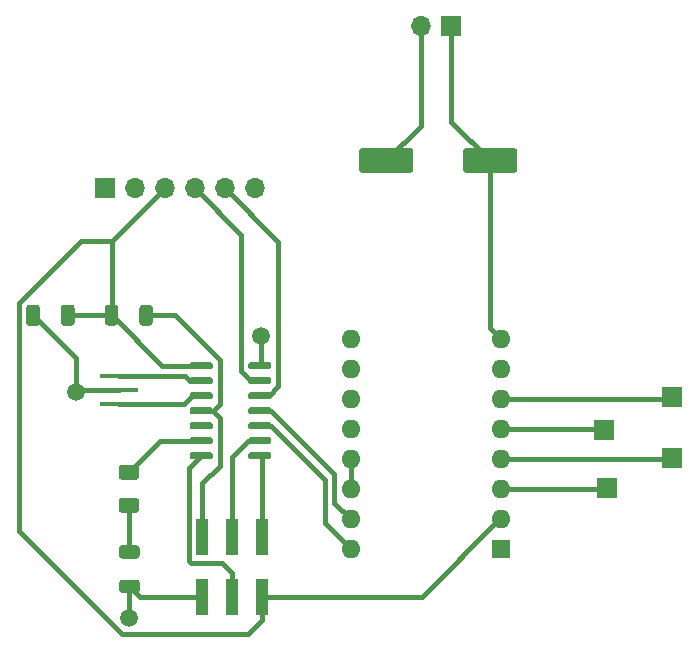
<source format=gbr>
%TF.GenerationSoftware,KiCad,Pcbnew,(5.1.9-0-10_14)*%
%TF.CreationDate,2021-12-03T15:28:29-08:00*%
%TF.ProjectId,stepper-controller,73746570-7065-4722-9d63-6f6e74726f6c,rev?*%
%TF.SameCoordinates,Original*%
%TF.FileFunction,Copper,L1,Top*%
%TF.FilePolarity,Positive*%
%FSLAX46Y46*%
G04 Gerber Fmt 4.6, Leading zero omitted, Abs format (unit mm)*
G04 Created by KiCad (PCBNEW (5.1.9-0-10_14)) date 2021-12-03 15:28:29*
%MOMM*%
%LPD*%
G01*
G04 APERTURE LIST*
%TA.AperFunction,ComponentPad*%
%ADD10R,1.600000X1.600000*%
%TD*%
%TA.AperFunction,ComponentPad*%
%ADD11O,1.600000X1.600000*%
%TD*%
%TA.AperFunction,ComponentPad*%
%ADD12R,1.700000X1.700000*%
%TD*%
%TA.AperFunction,ComponentPad*%
%ADD13O,1.700000X1.700000*%
%TD*%
%TA.AperFunction,SMDPad,CuDef*%
%ADD14R,1.000000X3.150000*%
%TD*%
%TA.AperFunction,SMDPad,CuDef*%
%ADD15R,3.200000X0.400000*%
%TD*%
%TA.AperFunction,ViaPad*%
%ADD16C,1.500000*%
%TD*%
%TA.AperFunction,Conductor*%
%ADD17C,0.400000*%
%TD*%
G04 APERTURE END LIST*
D10*
%TO.P,A1,1*%
%TO.N,GND*%
X123500000Y-60300000D03*
D11*
%TO.P,A1,9*%
%TO.N,Net-(A1-Pad9)*%
X110800000Y-42520000D03*
%TO.P,A1,2*%
%TO.N,VCC*%
X123500000Y-57760000D03*
%TO.P,A1,10*%
%TO.N,Net-(A1-Pad10)*%
X110800000Y-45060000D03*
%TO.P,A1,3*%
%TO.N,Net-(A1-Pad3)*%
X123500000Y-55220000D03*
%TO.P,A1,11*%
%TO.N,Net-(A1-Pad11)*%
X110800000Y-47600000D03*
%TO.P,A1,4*%
%TO.N,Net-(A1-Pad4)*%
X123500000Y-52680000D03*
%TO.P,A1,12*%
%TO.N,Net-(A1-Pad12)*%
X110800000Y-50140000D03*
%TO.P,A1,5*%
%TO.N,Net-(A1-Pad5)*%
X123500000Y-50140000D03*
%TO.P,A1,13*%
%TO.N,Net-(A1-Pad13)*%
X110800000Y-52680000D03*
%TO.P,A1,6*%
%TO.N,Net-(A1-Pad6)*%
X123500000Y-47600000D03*
%TO.P,A1,14*%
%TO.N,Net-(A1-Pad13)*%
X110800000Y-55220000D03*
%TO.P,A1,7*%
%TO.N,GND*%
X123500000Y-45060000D03*
%TO.P,A1,15*%
%TO.N,Net-(A1-Pad15)*%
X110800000Y-57760000D03*
%TO.P,A1,8*%
%TO.N,+12V*%
X123500000Y-42520000D03*
%TO.P,A1,16*%
%TO.N,Net-(A1-Pad16)*%
X110800000Y-60300000D03*
%TD*%
%TO.P,C1,1*%
%TO.N,VCC*%
%TA.AperFunction,SMDPad,CuDef*%
G36*
G01*
X87400000Y-39849999D02*
X87400000Y-41150001D01*
G75*
G02*
X87150001Y-41400000I-249999J0D01*
G01*
X86499999Y-41400000D01*
G75*
G02*
X86250000Y-41150001I0J249999D01*
G01*
X86250000Y-39849999D01*
G75*
G02*
X86499999Y-39600000I249999J0D01*
G01*
X87150001Y-39600000D01*
G75*
G02*
X87400000Y-39849999I0J-249999D01*
G01*
G37*
%TD.AperFunction*%
%TO.P,C1,2*%
%TO.N,GND*%
%TA.AperFunction,SMDPad,CuDef*%
G36*
G01*
X84450000Y-39849999D02*
X84450000Y-41150001D01*
G75*
G02*
X84200001Y-41400000I-249999J0D01*
G01*
X83549999Y-41400000D01*
G75*
G02*
X83300000Y-41150001I0J249999D01*
G01*
X83300000Y-39849999D01*
G75*
G02*
X83549999Y-39600000I249999J0D01*
G01*
X84200001Y-39600000D01*
G75*
G02*
X84450000Y-39849999I0J-249999D01*
G01*
G37*
%TD.AperFunction*%
%TD*%
%TO.P,C2,1*%
%TO.N,+12V*%
%TA.AperFunction,SMDPad,CuDef*%
G36*
G01*
X124900000Y-26599999D02*
X124900000Y-28200001D01*
G75*
G02*
X124650001Y-28450000I-249999J0D01*
G01*
X120549999Y-28450000D01*
G75*
G02*
X120300000Y-28200001I0J249999D01*
G01*
X120300000Y-26599999D01*
G75*
G02*
X120549999Y-26350000I249999J0D01*
G01*
X124650001Y-26350000D01*
G75*
G02*
X124900000Y-26599999I0J-249999D01*
G01*
G37*
%TD.AperFunction*%
%TO.P,C2,2*%
%TO.N,GND*%
%TA.AperFunction,SMDPad,CuDef*%
G36*
G01*
X116100000Y-26599999D02*
X116100000Y-28200001D01*
G75*
G02*
X115850001Y-28450000I-249999J0D01*
G01*
X111749999Y-28450000D01*
G75*
G02*
X111500000Y-28200001I0J249999D01*
G01*
X111500000Y-26599999D01*
G75*
G02*
X111749999Y-26350000I249999J0D01*
G01*
X115850001Y-26350000D01*
G75*
G02*
X116100000Y-26599999I0J-249999D01*
G01*
G37*
%TD.AperFunction*%
%TD*%
%TO.P,D1,1*%
%TO.N,Net-(D1-Pad1)*%
%TA.AperFunction,SMDPad,CuDef*%
G36*
G01*
X92625000Y-57225000D02*
X91375000Y-57225000D01*
G75*
G02*
X91125000Y-56975000I0J250000D01*
G01*
X91125000Y-56225000D01*
G75*
G02*
X91375000Y-55975000I250000J0D01*
G01*
X92625000Y-55975000D01*
G75*
G02*
X92875000Y-56225000I0J-250000D01*
G01*
X92875000Y-56975000D01*
G75*
G02*
X92625000Y-57225000I-250000J0D01*
G01*
G37*
%TD.AperFunction*%
%TO.P,D1,2*%
%TO.N,Net-(D1-Pad2)*%
%TA.AperFunction,SMDPad,CuDef*%
G36*
G01*
X92625000Y-54425000D02*
X91375000Y-54425000D01*
G75*
G02*
X91125000Y-54175000I0J250000D01*
G01*
X91125000Y-53425000D01*
G75*
G02*
X91375000Y-53175000I250000J0D01*
G01*
X92625000Y-53175000D01*
G75*
G02*
X92875000Y-53425000I0J-250000D01*
G01*
X92875000Y-54175000D01*
G75*
G02*
X92625000Y-54425000I-250000J0D01*
G01*
G37*
%TD.AperFunction*%
%TD*%
D12*
%TO.P,J1,1*%
%TO.N,Net-(A1-Pad3)*%
X132450000Y-55100000D03*
%TD*%
%TO.P,J2,1*%
%TO.N,Net-(A1-Pad4)*%
X137950000Y-52550000D03*
%TD*%
%TO.P,J3,1*%
%TO.N,Net-(A1-Pad5)*%
X132200000Y-50250000D03*
%TD*%
%TO.P,J4,1*%
%TO.N,Net-(A1-Pad6)*%
X137950000Y-47450000D03*
%TD*%
%TO.P,J5,1*%
%TO.N,GND*%
X89950000Y-29750000D03*
D13*
%TO.P,J5,2*%
%TO.N,/CTS*%
X92490000Y-29750000D03*
%TO.P,J5,3*%
%TO.N,VCC*%
X95030000Y-29750000D03*
%TO.P,J5,4*%
%TO.N,/TX*%
X97570000Y-29750000D03*
%TO.P,J5,5*%
%TO.N,/RX*%
X100110000Y-29750000D03*
%TO.P,J5,6*%
%TO.N,/RTS*%
X102650000Y-29750000D03*
%TD*%
D12*
%TO.P,J6,1*%
%TO.N,+12V*%
X119300000Y-16000000D03*
D13*
%TO.P,J6,2*%
%TO.N,GND*%
X116760000Y-16000000D03*
%TD*%
D14*
%TO.P,J7,1*%
%TO.N,/MISO*%
X103290000Y-59275000D03*
%TO.P,J7,2*%
%TO.N,VCC*%
X103290000Y-64325000D03*
%TO.P,J7,3*%
%TO.N,/SCK*%
X100750000Y-59275000D03*
%TO.P,J7,4*%
%TO.N,/MOSI*%
X100750000Y-64325000D03*
%TO.P,J7,5*%
%TO.N,/RESET*%
X98210000Y-59275000D03*
%TO.P,J7,6*%
%TO.N,GND*%
X98210000Y-64325000D03*
%TD*%
%TO.P,R1,2*%
%TO.N,Net-(D1-Pad1)*%
%TA.AperFunction,SMDPad,CuDef*%
G36*
G01*
X92675002Y-61100000D02*
X91424998Y-61100000D01*
G75*
G02*
X91175000Y-60850002I0J249998D01*
G01*
X91175000Y-60224998D01*
G75*
G02*
X91424998Y-59975000I249998J0D01*
G01*
X92675002Y-59975000D01*
G75*
G02*
X92925000Y-60224998I0J-249998D01*
G01*
X92925000Y-60850002D01*
G75*
G02*
X92675002Y-61100000I-249998J0D01*
G01*
G37*
%TD.AperFunction*%
%TO.P,R1,1*%
%TO.N,GND*%
%TA.AperFunction,SMDPad,CuDef*%
G36*
G01*
X92675002Y-64025000D02*
X91424998Y-64025000D01*
G75*
G02*
X91175000Y-63775002I0J249998D01*
G01*
X91175000Y-63149998D01*
G75*
G02*
X91424998Y-62900000I249998J0D01*
G01*
X92675002Y-62900000D01*
G75*
G02*
X92925000Y-63149998I0J-249998D01*
G01*
X92925000Y-63775002D01*
G75*
G02*
X92675002Y-64025000I-249998J0D01*
G01*
G37*
%TD.AperFunction*%
%TD*%
%TO.P,R2,1*%
%TO.N,VCC*%
%TA.AperFunction,SMDPad,CuDef*%
G36*
G01*
X89975000Y-41125002D02*
X89975000Y-39874998D01*
G75*
G02*
X90224998Y-39625000I249998J0D01*
G01*
X90850002Y-39625000D01*
G75*
G02*
X91100000Y-39874998I0J-249998D01*
G01*
X91100000Y-41125002D01*
G75*
G02*
X90850002Y-41375000I-249998J0D01*
G01*
X90224998Y-41375000D01*
G75*
G02*
X89975000Y-41125002I0J249998D01*
G01*
G37*
%TD.AperFunction*%
%TO.P,R2,2*%
%TO.N,/RESET*%
%TA.AperFunction,SMDPad,CuDef*%
G36*
G01*
X92900000Y-41125002D02*
X92900000Y-39874998D01*
G75*
G02*
X93149998Y-39625000I249998J0D01*
G01*
X93775002Y-39625000D01*
G75*
G02*
X94025000Y-39874998I0J-249998D01*
G01*
X94025000Y-41125002D01*
G75*
G02*
X93775002Y-41375000I-249998J0D01*
G01*
X93149998Y-41375000D01*
G75*
G02*
X92900000Y-41125002I0J249998D01*
G01*
G37*
%TD.AperFunction*%
%TD*%
%TO.P,U1,1*%
%TO.N,VCC*%
%TA.AperFunction,SMDPad,CuDef*%
G36*
G01*
X97150000Y-44940000D02*
X97150000Y-44640000D01*
G75*
G02*
X97300000Y-44490000I150000J0D01*
G01*
X98950000Y-44490000D01*
G75*
G02*
X99100000Y-44640000I0J-150000D01*
G01*
X99100000Y-44940000D01*
G75*
G02*
X98950000Y-45090000I-150000J0D01*
G01*
X97300000Y-45090000D01*
G75*
G02*
X97150000Y-44940000I0J150000D01*
G01*
G37*
%TD.AperFunction*%
%TO.P,U1,2*%
%TO.N,Net-(U1-Pad2)*%
%TA.AperFunction,SMDPad,CuDef*%
G36*
G01*
X97150000Y-46210000D02*
X97150000Y-45910000D01*
G75*
G02*
X97300000Y-45760000I150000J0D01*
G01*
X98950000Y-45760000D01*
G75*
G02*
X99100000Y-45910000I0J-150000D01*
G01*
X99100000Y-46210000D01*
G75*
G02*
X98950000Y-46360000I-150000J0D01*
G01*
X97300000Y-46360000D01*
G75*
G02*
X97150000Y-46210000I0J150000D01*
G01*
G37*
%TD.AperFunction*%
%TO.P,U1,3*%
%TO.N,Net-(U1-Pad3)*%
%TA.AperFunction,SMDPad,CuDef*%
G36*
G01*
X97150000Y-47480000D02*
X97150000Y-47180000D01*
G75*
G02*
X97300000Y-47030000I150000J0D01*
G01*
X98950000Y-47030000D01*
G75*
G02*
X99100000Y-47180000I0J-150000D01*
G01*
X99100000Y-47480000D01*
G75*
G02*
X98950000Y-47630000I-150000J0D01*
G01*
X97300000Y-47630000D01*
G75*
G02*
X97150000Y-47480000I0J150000D01*
G01*
G37*
%TD.AperFunction*%
%TO.P,U1,4*%
%TO.N,/RESET*%
%TA.AperFunction,SMDPad,CuDef*%
G36*
G01*
X97150000Y-48750000D02*
X97150000Y-48450000D01*
G75*
G02*
X97300000Y-48300000I150000J0D01*
G01*
X98950000Y-48300000D01*
G75*
G02*
X99100000Y-48450000I0J-150000D01*
G01*
X99100000Y-48750000D01*
G75*
G02*
X98950000Y-48900000I-150000J0D01*
G01*
X97300000Y-48900000D01*
G75*
G02*
X97150000Y-48750000I0J150000D01*
G01*
G37*
%TD.AperFunction*%
%TO.P,U1,5*%
%TO.N,Net-(U1-Pad5)*%
%TA.AperFunction,SMDPad,CuDef*%
G36*
G01*
X97150000Y-50020000D02*
X97150000Y-49720000D01*
G75*
G02*
X97300000Y-49570000I150000J0D01*
G01*
X98950000Y-49570000D01*
G75*
G02*
X99100000Y-49720000I0J-150000D01*
G01*
X99100000Y-50020000D01*
G75*
G02*
X98950000Y-50170000I-150000J0D01*
G01*
X97300000Y-50170000D01*
G75*
G02*
X97150000Y-50020000I0J150000D01*
G01*
G37*
%TD.AperFunction*%
%TO.P,U1,6*%
%TO.N,Net-(D1-Pad2)*%
%TA.AperFunction,SMDPad,CuDef*%
G36*
G01*
X97150000Y-51290000D02*
X97150000Y-50990000D01*
G75*
G02*
X97300000Y-50840000I150000J0D01*
G01*
X98950000Y-50840000D01*
G75*
G02*
X99100000Y-50990000I0J-150000D01*
G01*
X99100000Y-51290000D01*
G75*
G02*
X98950000Y-51440000I-150000J0D01*
G01*
X97300000Y-51440000D01*
G75*
G02*
X97150000Y-51290000I0J150000D01*
G01*
G37*
%TD.AperFunction*%
%TO.P,U1,7*%
%TO.N,/MOSI*%
%TA.AperFunction,SMDPad,CuDef*%
G36*
G01*
X97150000Y-52560000D02*
X97150000Y-52260000D01*
G75*
G02*
X97300000Y-52110000I150000J0D01*
G01*
X98950000Y-52110000D01*
G75*
G02*
X99100000Y-52260000I0J-150000D01*
G01*
X99100000Y-52560000D01*
G75*
G02*
X98950000Y-52710000I-150000J0D01*
G01*
X97300000Y-52710000D01*
G75*
G02*
X97150000Y-52560000I0J150000D01*
G01*
G37*
%TD.AperFunction*%
%TO.P,U1,8*%
%TO.N,/MISO*%
%TA.AperFunction,SMDPad,CuDef*%
G36*
G01*
X102100000Y-52560000D02*
X102100000Y-52260000D01*
G75*
G02*
X102250000Y-52110000I150000J0D01*
G01*
X103900000Y-52110000D01*
G75*
G02*
X104050000Y-52260000I0J-150000D01*
G01*
X104050000Y-52560000D01*
G75*
G02*
X103900000Y-52710000I-150000J0D01*
G01*
X102250000Y-52710000D01*
G75*
G02*
X102100000Y-52560000I0J150000D01*
G01*
G37*
%TD.AperFunction*%
%TO.P,U1,9*%
%TO.N,/SCK*%
%TA.AperFunction,SMDPad,CuDef*%
G36*
G01*
X102100000Y-51290000D02*
X102100000Y-50990000D01*
G75*
G02*
X102250000Y-50840000I150000J0D01*
G01*
X103900000Y-50840000D01*
G75*
G02*
X104050000Y-50990000I0J-150000D01*
G01*
X104050000Y-51290000D01*
G75*
G02*
X103900000Y-51440000I-150000J0D01*
G01*
X102250000Y-51440000D01*
G75*
G02*
X102100000Y-51290000I0J150000D01*
G01*
G37*
%TD.AperFunction*%
%TO.P,U1,10*%
%TO.N,Net-(A1-Pad16)*%
%TA.AperFunction,SMDPad,CuDef*%
G36*
G01*
X102100000Y-50020000D02*
X102100000Y-49720000D01*
G75*
G02*
X102250000Y-49570000I150000J0D01*
G01*
X103900000Y-49570000D01*
G75*
G02*
X104050000Y-49720000I0J-150000D01*
G01*
X104050000Y-50020000D01*
G75*
G02*
X103900000Y-50170000I-150000J0D01*
G01*
X102250000Y-50170000D01*
G75*
G02*
X102100000Y-50020000I0J150000D01*
G01*
G37*
%TD.AperFunction*%
%TO.P,U1,11*%
%TO.N,Net-(A1-Pad15)*%
%TA.AperFunction,SMDPad,CuDef*%
G36*
G01*
X102100000Y-48750000D02*
X102100000Y-48450000D01*
G75*
G02*
X102250000Y-48300000I150000J0D01*
G01*
X103900000Y-48300000D01*
G75*
G02*
X104050000Y-48450000I0J-150000D01*
G01*
X104050000Y-48750000D01*
G75*
G02*
X103900000Y-48900000I-150000J0D01*
G01*
X102250000Y-48900000D01*
G75*
G02*
X102100000Y-48750000I0J150000D01*
G01*
G37*
%TD.AperFunction*%
%TO.P,U1,12*%
%TO.N,/RX*%
%TA.AperFunction,SMDPad,CuDef*%
G36*
G01*
X102100000Y-47480000D02*
X102100000Y-47180000D01*
G75*
G02*
X102250000Y-47030000I150000J0D01*
G01*
X103900000Y-47030000D01*
G75*
G02*
X104050000Y-47180000I0J-150000D01*
G01*
X104050000Y-47480000D01*
G75*
G02*
X103900000Y-47630000I-150000J0D01*
G01*
X102250000Y-47630000D01*
G75*
G02*
X102100000Y-47480000I0J150000D01*
G01*
G37*
%TD.AperFunction*%
%TO.P,U1,13*%
%TO.N,/TX*%
%TA.AperFunction,SMDPad,CuDef*%
G36*
G01*
X102100000Y-46210000D02*
X102100000Y-45910000D01*
G75*
G02*
X102250000Y-45760000I150000J0D01*
G01*
X103900000Y-45760000D01*
G75*
G02*
X104050000Y-45910000I0J-150000D01*
G01*
X104050000Y-46210000D01*
G75*
G02*
X103900000Y-46360000I-150000J0D01*
G01*
X102250000Y-46360000D01*
G75*
G02*
X102100000Y-46210000I0J150000D01*
G01*
G37*
%TD.AperFunction*%
%TO.P,U1,14*%
%TO.N,GND*%
%TA.AperFunction,SMDPad,CuDef*%
G36*
G01*
X102100000Y-44940000D02*
X102100000Y-44640000D01*
G75*
G02*
X102250000Y-44490000I150000J0D01*
G01*
X103900000Y-44490000D01*
G75*
G02*
X104050000Y-44640000I0J-150000D01*
G01*
X104050000Y-44940000D01*
G75*
G02*
X103900000Y-45090000I-150000J0D01*
G01*
X102250000Y-45090000D01*
G75*
G02*
X102100000Y-44940000I0J150000D01*
G01*
G37*
%TD.AperFunction*%
%TD*%
D15*
%TO.P,Y1,1*%
%TO.N,Net-(U1-Pad3)*%
X91150000Y-48050000D03*
%TO.P,Y1,2*%
%TO.N,GND*%
X91150000Y-46850000D03*
%TO.P,Y1,3*%
%TO.N,Net-(U1-Pad2)*%
X91150000Y-45650000D03*
%TD*%
D16*
%TO.N,GND*%
X92050000Y-66150000D03*
X87500000Y-47000000D03*
X103150000Y-42300000D03*
%TD*%
D17*
%TO.N,GND*%
X116760000Y-24440000D02*
X113800000Y-27400000D01*
X116760000Y-16000000D02*
X116760000Y-24440000D01*
X92050000Y-63462500D02*
X92050000Y-66150000D01*
X92912500Y-64325000D02*
X92050000Y-63462500D01*
X98210000Y-64325000D02*
X92912500Y-64325000D01*
X87650000Y-46850000D02*
X87500000Y-47000000D01*
X91150000Y-46850000D02*
X87650000Y-46850000D01*
X87500000Y-44125000D02*
X83875000Y-40500000D01*
X87500000Y-47000000D02*
X87500000Y-44125000D01*
X103150000Y-44715000D02*
X103075000Y-44790000D01*
X103150000Y-42300000D02*
X103150000Y-44715000D01*
%TO.N,VCC*%
X86825000Y-40500000D02*
X90537500Y-40500000D01*
X90537500Y-34242500D02*
X95030000Y-29750000D01*
X90537500Y-40500000D02*
X90537500Y-34242500D01*
X94827500Y-44790000D02*
X98125000Y-44790000D01*
X90537500Y-40500000D02*
X94827500Y-44790000D01*
X103290000Y-64325000D02*
X103290000Y-66300000D01*
X82699990Y-58797992D02*
X82699990Y-39497912D01*
X82699990Y-39497912D02*
X87947902Y-34250000D01*
X103290000Y-66300000D02*
X102089999Y-67500001D01*
X102089999Y-67500001D02*
X91401999Y-67500001D01*
X91401999Y-67500001D02*
X82699990Y-58797992D01*
X90530000Y-34250000D02*
X90537500Y-34242500D01*
X87947902Y-34250000D02*
X90530000Y-34250000D01*
X123359998Y-57760000D02*
X123500000Y-57760000D01*
X116794998Y-64325000D02*
X123359998Y-57760000D01*
X103290000Y-64325000D02*
X116794998Y-64325000D01*
%TO.N,Net-(A1-Pad3)*%
X132330000Y-55220000D02*
X132450000Y-55100000D01*
X123500000Y-55220000D02*
X132330000Y-55220000D01*
%TO.N,Net-(A1-Pad4)*%
X137820000Y-52680000D02*
X137950000Y-52550000D01*
X123500000Y-52680000D02*
X137820000Y-52680000D01*
%TO.N,Net-(A1-Pad5)*%
X132090000Y-50140000D02*
X132200000Y-50250000D01*
X123500000Y-50140000D02*
X132090000Y-50140000D01*
%TO.N,Net-(A1-Pad13)*%
X110800000Y-52680000D02*
X110800000Y-55220000D01*
%TO.N,Net-(A1-Pad6)*%
X137800000Y-47600000D02*
X137950000Y-47450000D01*
X123500000Y-47600000D02*
X137800000Y-47600000D01*
%TO.N,Net-(A1-Pad15)*%
X104050000Y-48600000D02*
X103075000Y-48600000D01*
X109399999Y-53949999D02*
X104050000Y-48600000D01*
X109399999Y-56359999D02*
X109399999Y-53949999D01*
X110800000Y-57760000D02*
X109399999Y-56359999D01*
%TO.N,+12V*%
X119300000Y-24100000D02*
X122600000Y-27400000D01*
X119300000Y-16000000D02*
X119300000Y-24100000D01*
X122600000Y-41620000D02*
X123500000Y-42520000D01*
X122600000Y-27400000D02*
X122600000Y-41620000D01*
%TO.N,Net-(A1-Pad16)*%
X108599989Y-54419989D02*
X108599989Y-58099989D01*
X108599989Y-58099989D02*
X110800000Y-60300000D01*
X104050000Y-49870000D02*
X108599989Y-54419989D01*
X103075000Y-49870000D02*
X104050000Y-49870000D01*
%TO.N,Net-(D1-Pad1)*%
X92000000Y-60487500D02*
X92050000Y-60537500D01*
X92000000Y-56600000D02*
X92000000Y-60487500D01*
%TO.N,Net-(D1-Pad2)*%
X94660000Y-51140000D02*
X92000000Y-53800000D01*
X98125000Y-51140000D02*
X94660000Y-51140000D01*
%TO.N,/TX*%
X101499990Y-45250666D02*
X102309324Y-46060000D01*
X101499990Y-33679990D02*
X101499990Y-45250666D01*
X102309324Y-46060000D02*
X103075000Y-46060000D01*
X97570000Y-29750000D02*
X101499990Y-33679990D01*
%TO.N,/RX*%
X103840676Y-47330000D02*
X103075000Y-47330000D01*
X104650010Y-46520666D02*
X103840676Y-47330000D01*
X104650010Y-34290010D02*
X104650010Y-46520666D01*
X100110000Y-29750000D02*
X104650010Y-34290010D01*
%TO.N,/MISO*%
X103290000Y-52625000D02*
X103075000Y-52410000D01*
X103290000Y-59275000D02*
X103290000Y-52625000D01*
%TO.N,/SCK*%
X102100000Y-51140000D02*
X103075000Y-51140000D01*
X100750000Y-52490000D02*
X102100000Y-51140000D01*
X100750000Y-59275000D02*
X100750000Y-52490000D01*
%TO.N,/MOSI*%
X97109999Y-53425001D02*
X98125000Y-52410000D01*
X97109999Y-61330001D02*
X97109999Y-53425001D01*
X97229999Y-61450001D02*
X97109999Y-61330001D01*
X99850001Y-61450001D02*
X97229999Y-61450001D01*
X100750000Y-62350000D02*
X99850001Y-61450001D01*
X100750000Y-64325000D02*
X100750000Y-62350000D01*
%TO.N,/RESET*%
X99700010Y-49200010D02*
X99100000Y-48600000D01*
X99700010Y-53249990D02*
X99700010Y-49200010D01*
X98210000Y-54740000D02*
X99700010Y-53249990D01*
X98210000Y-59275000D02*
X98210000Y-54740000D01*
X99100000Y-48600000D02*
X98125000Y-48600000D01*
X99700010Y-47999990D02*
X99100000Y-48600000D01*
X99700010Y-44329334D02*
X99700010Y-47999990D01*
X95870676Y-40500000D02*
X99700010Y-44329334D01*
X93462500Y-40500000D02*
X95870676Y-40500000D01*
%TO.N,Net-(U1-Pad2)*%
X96740000Y-45650000D02*
X91150000Y-45650000D01*
X97150000Y-46060000D02*
X96740000Y-45650000D01*
X98125000Y-46060000D02*
X97150000Y-46060000D01*
%TO.N,Net-(U1-Pad3)*%
X97359324Y-47330000D02*
X98125000Y-47330000D01*
X96639324Y-48050000D02*
X97359324Y-47330000D01*
X91150000Y-48050000D02*
X96639324Y-48050000D01*
%TD*%
M02*

</source>
